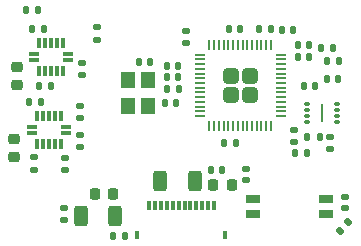
<source format=gbp>
G04 #@! TF.GenerationSoftware,KiCad,Pcbnew,7.0.8*
G04 #@! TF.CreationDate,2023-10-22T01:26:05-04:00*
G04 #@! TF.ProjectId,MicrocontrollerInputModule,4d696372-6f63-46f6-9e74-726f6c6c6572,V2.6*
G04 #@! TF.SameCoordinates,Original*
G04 #@! TF.FileFunction,Paste,Bot*
G04 #@! TF.FilePolarity,Positive*
%FSLAX46Y46*%
G04 Gerber Fmt 4.6, Leading zero omitted, Abs format (unit mm)*
G04 Created by KiCad (PCBNEW 7.0.8) date 2023-10-22 01:26:05*
%MOMM*%
%LPD*%
G01*
G04 APERTURE LIST*
G04 Aperture macros list*
%AMRoundRect*
0 Rectangle with rounded corners*
0 $1 Rounding radius*
0 $2 $3 $4 $5 $6 $7 $8 $9 X,Y pos of 4 corners*
0 Add a 4 corners polygon primitive as box body*
4,1,4,$2,$3,$4,$5,$6,$7,$8,$9,$2,$3,0*
0 Add four circle primitives for the rounded corners*
1,1,$1+$1,$2,$3*
1,1,$1+$1,$4,$5*
1,1,$1+$1,$6,$7*
1,1,$1+$1,$8,$9*
0 Add four rect primitives between the rounded corners*
20,1,$1+$1,$2,$3,$4,$5,0*
20,1,$1+$1,$4,$5,$6,$7,0*
20,1,$1+$1,$6,$7,$8,$9,0*
20,1,$1+$1,$8,$9,$2,$3,0*%
G04 Aperture macros list end*
%ADD10C,0.010000*%
%ADD11R,1.250000X0.760000*%
%ADD12RoundRect,0.140000X-0.140000X-0.170000X0.140000X-0.170000X0.140000X0.170000X-0.140000X0.170000X0*%
%ADD13RoundRect,0.140000X0.140000X0.170000X-0.140000X0.170000X-0.140000X-0.170000X0.140000X-0.170000X0*%
%ADD14RoundRect,0.135000X0.185000X-0.135000X0.185000X0.135000X-0.185000X0.135000X-0.185000X-0.135000X0*%
%ADD15RoundRect,0.225000X-0.250000X0.225000X-0.250000X-0.225000X0.250000X-0.225000X0.250000X0.225000X0*%
%ADD16RoundRect,0.050000X0.050000X-0.387500X0.050000X0.387500X-0.050000X0.387500X-0.050000X-0.387500X0*%
%ADD17RoundRect,0.050000X0.387500X-0.050000X0.387500X0.050000X-0.387500X0.050000X-0.387500X-0.050000X0*%
%ADD18RoundRect,0.249999X0.395001X-0.395001X0.395001X0.395001X-0.395001X0.395001X-0.395001X-0.395001X0*%
%ADD19RoundRect,0.135000X0.135000X0.185000X-0.135000X0.185000X-0.135000X-0.185000X0.135000X-0.185000X0*%
%ADD20RoundRect,0.250000X0.312500X0.625000X-0.312500X0.625000X-0.312500X-0.625000X0.312500X-0.625000X0*%
%ADD21RoundRect,0.147500X-0.172500X0.147500X-0.172500X-0.147500X0.172500X-0.147500X0.172500X0.147500X0*%
%ADD22RoundRect,0.135000X-0.135000X-0.185000X0.135000X-0.185000X0.135000X0.185000X-0.135000X0.185000X0*%
%ADD23RoundRect,0.135000X-0.185000X0.135000X-0.185000X-0.135000X0.185000X-0.135000X0.185000X0.135000X0*%
%ADD24RoundRect,0.225000X-0.225000X-0.250000X0.225000X-0.250000X0.225000X0.250000X-0.225000X0.250000X0*%
%ADD25RoundRect,0.050000X-0.050000X-0.750000X0.050000X-0.750000X0.050000X0.750000X-0.050000X0.750000X0*%
%ADD26RoundRect,0.075000X-0.187500X-0.075000X0.187500X-0.075000X0.187500X0.075000X-0.187500X0.075000X0*%
%ADD27R,1.200000X1.400000*%
%ADD28RoundRect,0.007800X0.422200X0.122200X-0.422200X0.122200X-0.422200X-0.122200X0.422200X-0.122200X0*%
%ADD29RoundRect,0.007800X-0.122200X0.422200X-0.122200X-0.422200X0.122200X-0.422200X0.122200X0.422200X0*%
%ADD30R,0.400000X0.800000*%
%ADD31RoundRect,0.140000X-0.170000X0.140000X-0.170000X-0.140000X0.170000X-0.140000X0.170000X0.140000X0*%
%ADD32RoundRect,0.147500X0.147500X0.172500X-0.147500X0.172500X-0.147500X-0.172500X0.147500X-0.172500X0*%
%ADD33RoundRect,0.147500X0.017678X-0.226274X0.226274X-0.017678X-0.017678X0.226274X-0.226274X0.017678X0*%
G04 APERTURE END LIST*
D10*
X48982107Y-119800108D02*
X48732107Y-119800108D01*
X48732107Y-119150108D01*
X48982107Y-119150108D01*
X48982107Y-119800108D01*
G36*
X48982107Y-119800108D02*
G01*
X48732107Y-119800108D01*
X48732107Y-119150108D01*
X48982107Y-119150108D01*
X48982107Y-119800108D01*
G37*
X48482107Y-119800108D02*
X48232107Y-119800108D01*
X48232107Y-119150108D01*
X48482107Y-119150108D01*
X48482107Y-119800108D01*
G36*
X48482107Y-119800108D02*
G01*
X48232107Y-119800108D01*
X48232107Y-119150108D01*
X48482107Y-119150108D01*
X48482107Y-119800108D01*
G37*
X47982107Y-119800108D02*
X47732107Y-119800108D01*
X47732107Y-119150108D01*
X47982107Y-119150108D01*
X47982107Y-119800108D01*
G36*
X47982107Y-119800108D02*
G01*
X47732107Y-119800108D01*
X47732107Y-119150108D01*
X47982107Y-119150108D01*
X47982107Y-119800108D01*
G37*
X47482107Y-119800108D02*
X47232107Y-119800108D01*
X47232107Y-119150108D01*
X47482107Y-119150108D01*
X47482107Y-119800108D01*
G36*
X47482107Y-119800108D02*
G01*
X47232107Y-119800108D01*
X47232107Y-119150108D01*
X47482107Y-119150108D01*
X47482107Y-119800108D01*
G37*
X46982107Y-119800108D02*
X46732107Y-119800108D01*
X46732107Y-119150108D01*
X46982107Y-119150108D01*
X46982107Y-119800108D01*
G36*
X46982107Y-119800108D02*
G01*
X46732107Y-119800108D01*
X46732107Y-119150108D01*
X46982107Y-119150108D01*
X46982107Y-119800108D01*
G37*
X46482107Y-119800108D02*
X46232107Y-119800108D01*
X46232107Y-119150108D01*
X46482107Y-119150108D01*
X46482107Y-119800108D01*
G36*
X46482107Y-119800108D02*
G01*
X46232107Y-119800108D01*
X46232107Y-119150108D01*
X46482107Y-119150108D01*
X46482107Y-119800108D01*
G37*
X45982107Y-119800108D02*
X45732107Y-119800108D01*
X45732107Y-119150108D01*
X45982107Y-119150108D01*
X45982107Y-119800108D01*
G36*
X45982107Y-119800108D02*
G01*
X45732107Y-119800108D01*
X45732107Y-119150108D01*
X45982107Y-119150108D01*
X45982107Y-119800108D01*
G37*
X45482107Y-119800108D02*
X45232107Y-119800108D01*
X45232107Y-119150108D01*
X45482107Y-119150108D01*
X45482107Y-119800108D01*
G36*
X45482107Y-119800108D02*
G01*
X45232107Y-119800108D01*
X45232107Y-119150108D01*
X45482107Y-119150108D01*
X45482107Y-119800108D01*
G37*
X44982107Y-119800108D02*
X44732107Y-119800108D01*
X44732107Y-119150108D01*
X44982107Y-119150108D01*
X44982107Y-119800108D01*
G36*
X44982107Y-119800108D02*
G01*
X44732107Y-119800108D01*
X44732107Y-119150108D01*
X44982107Y-119150108D01*
X44982107Y-119800108D01*
G37*
X44482107Y-119800108D02*
X44232107Y-119800108D01*
X44232107Y-119150108D01*
X44482107Y-119150108D01*
X44482107Y-119800108D01*
G36*
X44482107Y-119800108D02*
G01*
X44232107Y-119800108D01*
X44232107Y-119150108D01*
X44482107Y-119150108D01*
X44482107Y-119800108D01*
G37*
X43982107Y-119800108D02*
X43732107Y-119800108D01*
X43732107Y-119150108D01*
X43982107Y-119150108D01*
X43982107Y-119800108D01*
G36*
X43982107Y-119800108D02*
G01*
X43732107Y-119800108D01*
X43732107Y-119150108D01*
X43982107Y-119150108D01*
X43982107Y-119800108D01*
G37*
X43482107Y-119800108D02*
X43232107Y-119800108D01*
X43232107Y-119150108D01*
X43482107Y-119150108D01*
X43482107Y-119800108D01*
G36*
X43482107Y-119800108D02*
G01*
X43232107Y-119800108D01*
X43232107Y-119150108D01*
X43482107Y-119150108D01*
X43482107Y-119800108D01*
G37*
D11*
X58350000Y-118930000D03*
X58350000Y-120200000D03*
X52200000Y-120200000D03*
X52200000Y-118930000D03*
D12*
X56507107Y-109365108D03*
X57467107Y-109365108D03*
D13*
X55607107Y-104693108D03*
X54647107Y-104693108D03*
D14*
X33650000Y-116470000D03*
X33650000Y-115450000D03*
D15*
X31977106Y-113845108D03*
X31977106Y-115395108D03*
D16*
X53707107Y-112787608D03*
X53307107Y-112787608D03*
X52907107Y-112787608D03*
X52507107Y-112787608D03*
X52107107Y-112787608D03*
X51707107Y-112787608D03*
X51307107Y-112787608D03*
X50907107Y-112787608D03*
X50507107Y-112787608D03*
X50107107Y-112787608D03*
X49707107Y-112787608D03*
X49307107Y-112787608D03*
X48907107Y-112787608D03*
X48507107Y-112787608D03*
D17*
X47669607Y-111950108D03*
X47669607Y-111550108D03*
X47669607Y-111150108D03*
X47669607Y-110750108D03*
X47669607Y-110350108D03*
X47669607Y-109950108D03*
X47669607Y-109550108D03*
X47669607Y-109150108D03*
X47669607Y-108750108D03*
X47669607Y-108350108D03*
X47669607Y-107950108D03*
X47669607Y-107550108D03*
X47669607Y-107150108D03*
X47669607Y-106750108D03*
D16*
X48507107Y-105912608D03*
X48907107Y-105912608D03*
X49307107Y-105912608D03*
X49707107Y-105912608D03*
X50107107Y-105912608D03*
X50507107Y-105912608D03*
X50907107Y-105912608D03*
X51307107Y-105912608D03*
X51707107Y-105912608D03*
X52107107Y-105912608D03*
X52507107Y-105912608D03*
X52907107Y-105912608D03*
X53307107Y-105912608D03*
X53707107Y-105912608D03*
D17*
X54544607Y-106750108D03*
X54544607Y-107150108D03*
X54544607Y-107550108D03*
X54544607Y-107950108D03*
X54544607Y-108350108D03*
X54544607Y-108750108D03*
X54544607Y-109150108D03*
X54544607Y-109550108D03*
X54544607Y-109950108D03*
X54544607Y-110350108D03*
X54544607Y-110750108D03*
X54544607Y-111150108D03*
X54544607Y-111550108D03*
X54544607Y-111950108D03*
D18*
X51907107Y-110150108D03*
X50307107Y-110150108D03*
X51907107Y-108550108D03*
X50307107Y-108550108D03*
D19*
X35067107Y-109370108D03*
X34047107Y-109370108D03*
X41350000Y-122100000D03*
X40330000Y-122100000D03*
D20*
X47269607Y-117410108D03*
X44344607Y-117410108D03*
D21*
X51640000Y-116420000D03*
X51640000Y-117390000D03*
D22*
X55717107Y-115070108D03*
X56737107Y-115070108D03*
D23*
X37707106Y-107450107D03*
X37707106Y-108470107D03*
D24*
X38780000Y-118510000D03*
X40330000Y-118510000D03*
X48832107Y-117750108D03*
X50382107Y-117750108D03*
D12*
X58447107Y-108793108D03*
X59407107Y-108793108D03*
D13*
X45667107Y-110850108D03*
X44707107Y-110850108D03*
D21*
X36230000Y-119760000D03*
X36230000Y-120730000D03*
D25*
X58014607Y-111693108D03*
D26*
X56727107Y-112443108D03*
X56727107Y-111943108D03*
X56727107Y-111443108D03*
X56727107Y-110943108D03*
X59302107Y-110943108D03*
X59302107Y-111443108D03*
X59302107Y-111943108D03*
X59302107Y-112443108D03*
D19*
X57827107Y-113734108D03*
X56807107Y-113734108D03*
D12*
X56007107Y-106950108D03*
X56967107Y-106950108D03*
D19*
X34507107Y-104550108D03*
X33487107Y-104550108D03*
D14*
X38957107Y-105463108D03*
X38957107Y-104443108D03*
D13*
X53687107Y-104600108D03*
X52727107Y-104600108D03*
D27*
X43321107Y-108885108D03*
X43321107Y-111085108D03*
X41621107Y-111085108D03*
X41621107Y-108885108D03*
D20*
X40540000Y-120440000D03*
X37615000Y-120440000D03*
D28*
X33472107Y-112895108D03*
D29*
X33907107Y-111960108D03*
X34407107Y-111960108D03*
X34907107Y-111960108D03*
X35407107Y-111960108D03*
X35907107Y-111960108D03*
D28*
X36342107Y-112895108D03*
X36342107Y-113395108D03*
D29*
X35907107Y-114330108D03*
X35407107Y-114330108D03*
X34907107Y-114330108D03*
X34407107Y-114330108D03*
X33907107Y-114330108D03*
D28*
X33472107Y-113395108D03*
D23*
X37577106Y-113545108D03*
X37577106Y-114565108D03*
X36300000Y-115530000D03*
X36300000Y-116550000D03*
D19*
X59487107Y-107273108D03*
X58467107Y-107273108D03*
D14*
X37577106Y-112145108D03*
X37577106Y-111125108D03*
D15*
X32207107Y-107750108D03*
X32207107Y-109300108D03*
D30*
X42357107Y-122050108D03*
X49857107Y-122050108D03*
D12*
X42547107Y-107400108D03*
X43507107Y-107400108D03*
D31*
X55707107Y-113150108D03*
X55707107Y-114110108D03*
X58707107Y-113754108D03*
X58707107Y-114714108D03*
D12*
X50127107Y-104600108D03*
X51087107Y-104600108D03*
D19*
X58947107Y-106223108D03*
X57927107Y-106223108D03*
D12*
X49780000Y-114250000D03*
X50740000Y-114250000D03*
D21*
X60000000Y-118800000D03*
X60000000Y-119770000D03*
D19*
X34270000Y-110770000D03*
X33250000Y-110770000D03*
D12*
X56007107Y-105943108D03*
X56967107Y-105943108D03*
D32*
X49592107Y-116550108D03*
X48622107Y-116550108D03*
D13*
X45867107Y-107675108D03*
X44907107Y-107675108D03*
D28*
X33672107Y-106700108D03*
D29*
X34107107Y-105765108D03*
X34607107Y-105765108D03*
X35107107Y-105765108D03*
X35607107Y-105765108D03*
X36107107Y-105765108D03*
D28*
X36542107Y-106700108D03*
X36542107Y-107200108D03*
D29*
X36107107Y-108135108D03*
X35607107Y-108135108D03*
X35107107Y-108135108D03*
X34607107Y-108135108D03*
X34107107Y-108135108D03*
D28*
X33672107Y-107200108D03*
D33*
X59564106Y-121635894D03*
X60250000Y-120950000D03*
D22*
X44897107Y-109675108D03*
X45917107Y-109675108D03*
D13*
X45867107Y-108650108D03*
X44907107Y-108650108D03*
D23*
X46507107Y-104730108D03*
X46507107Y-105750108D03*
D19*
X34000000Y-102930000D03*
X32980000Y-102930000D03*
M02*

</source>
